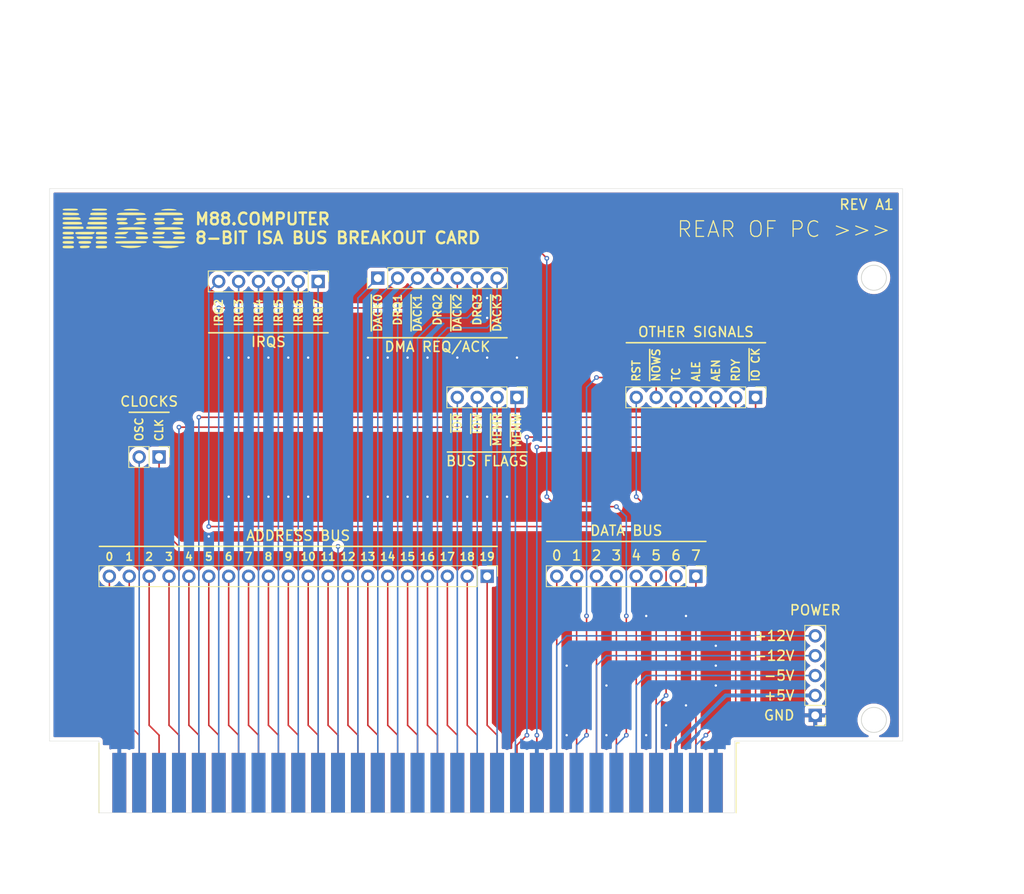
<source format=kicad_pcb>
(kicad_pcb (version 20240108) (generator "pcbnew") (generator_version "8.0")
  (layers (0 "F.Cu" signal) (31 "B.Cu" signal) (34 "B.Paste" user) (35 "F.Paste" user) (36 "B.SilkS" user "B.Silkscreen") (37 "F.SilkS" user "F.Silkscreen") (38 "B.Mask" user) (39 "F.Mask" user) (44 "Edge.Cuts" user))
  (net 0 "")
  (net 1 "/IO")
  (net 2 "/~{IOR}")
  (net 3 "/DRQ3")
  (net 4 "/~{DACK1}")
  (net 5 "/UNUSED")
  (net 6 "/IRQ7")
  (net 7 "/IRQ3")
  (net 8 "/~{DACK0}")
  (net 9 "/RESET")
  (net 10 "/~{SMEMW}")
  (net 11 "/TC")
  (net 12 "/DRQ1")
  (net 13 "/OSC")
  (net 14 "/~{IOW}")
  (net 15 "/IRQ6")
  (net 16 "/~{SMEMR}")
  (net 17 "/~{DACK3}")
  (net 18 "/IRQ5")
  (net 19 "/IO_READY")
  (net 20 "/CLK")
  (net 21 "/IRQ2")
  (net 22 "/ALE")
  (net 23 "/IRQ4")
  (net 24 "/DRQ2")
  (net 25 "/AEN")
  (net 26 "/~{DACK2}")
  (net 27 "GND")
  (net 28 "+5V")
  (net 29 "+12V")
  (net 30 "-12V")
  (net 31 "-5V")
  (net 33 "/DB6")
  (net 34 "/BA05")
  (net 35 "/BA06")
  (net 36 "/BA16")
  (net 37 "/DB2")
  (net 38 "/DB4")
  (net 39 "/DB1")
  (net 40 "/DB0")
  (net 41 "/BA11")
  (net 42 "/BA13")
  (net 43 "/DB7")
  (net 44 "/BA19")
  (net 45 "/BA09")
  (net 46 "/BA12")
  (net 47 "/BA17")
  (net 48 "/BA02")
  (net 49 "/BA00")
  (net 50 "/DB5")
  (net 51 "/BA15")
  (net 52 "/BA08")
  (net 53 "/DB3")
  (net 54 "/BA01")
  (net 55 "/BA14")
  (net 56 "/BA18")
  (net 57 "/BA10")
  (net 58 "/BA03")
  (net 59 "/BA07")
  (net 60 "/BA04")
  (footprint "Connector_PinHeader_2.54mm:PinHeader_1x07_P2.54mm_Vertical" (layer "F.Cu") (at 208.28 78.74 -90)
    (property "Reference" "J9" (hide yes))
    (property "Value" "Conn_01x07")
    (pad "1" thru_hole rect (at 0 0 270) (size 1.7 1.7) (drill 1) (layers "*.Cu" "*.Mask") (net 1 "/IO"))
    (pad "2" thru_hole oval (at 0 2.54 270) (size 1.7 1.7) (drill 1) (layers "*.Cu" "*.Mask") (net 19 "/IO_READY"))
    (pad "3" thru_hole oval (at 0 5.079999 270) (size 1.7 1.7) (drill 1) (layers "*.Cu" "*.Mask") (net 25 "/AEN"))
    (pad "4" thru_hole oval (at 0 7.62 270) (size 1.7 1.7) (drill 1) (layers "*.Cu" "*.Mask") (net 22 "/ALE"))
    (pad "5" thru_hole oval (at 0 10.16 270) (size 1.7 1.7) (drill 1) (layers "*.Cu" "*.Mask") (net 11 "/TC"))
    (pad "6" thru_hole oval (at 0 12.7 270) (size 1.7 1.7) (drill 1) (layers "*.Cu" "*.Mask") (net 5 "/UNUSED"))
    (pad "7" thru_hole oval (at 0 15.24 270) (size 1.7 1.7) (drill 1) (layers "*.Cu" "*.Mask") (net 9 "/RESET"))
  )
  (footprint "Connector_PinHeader_2.54mm:PinHeader_1x06_P2.54mm_Vertical" (layer "F.Cu") (at 152.4 63.92 -90)
    (property "Reference" "J5" (hide yes))
    (property "Value" "Conn_01x06")
    (pad "1" thru_hole rect (at 0 0 270) (size 1.7 1.7) (drill 1) (layers "*.Cu" "*.Mask") (net 6 "/IRQ7"))
    (pad "2" thru_hole oval (at 0 2.54 270) (size 1.7 1.7) (drill 1) (layers "*.Cu" "*.Mask") (net 15 "/IRQ6"))
    (pad "3" thru_hole oval (at 0 5.079999 270) (size 1.7 1.7) (drill 1) (layers "*.Cu" "*.Mask") (net 18 "/IRQ5"))
    (pad "4" thru_hole oval (at 0 7.62 270) (size 1.7 1.7) (drill 1) (layers "*.Cu" "*.Mask") (net 23 "/IRQ4"))
    (pad "5" thru_hole oval (at 0 10.16 270) (size 1.7 1.7) (drill 1) (layers "*.Cu" "*.Mask") (net 7 "/IRQ3"))
    (pad "6" thru_hole oval (at 0 12.7 270) (size 1.7 1.7) (drill 1) (layers "*.Cu" "*.Mask") (net 21 "/IRQ2"))
  )
  (footprint "Connector_PinHeader_2.54mm:PinHeader_1x07_P2.54mm_Vertical" (layer "F.Cu") (at 160.02 63.5 90)
    (property "Reference" "J7" (hide yes))
    (property "Value" "Conn_01x07")
    (pad "1" thru_hole rect (at 0 0 90) (size 1.7 1.7) (drill 1) (layers "*.Cu" "*.Mask") (net 8 "/~{DACK0}"))
    (pad "2" thru_hole oval (at 0 2.54 90) (size 1.7 1.7) (drill 1) (layers "*.Cu" "*.Mask") (net 12 "/DRQ1"))
    (pad "3" thru_hole oval (at 0 5.079999 90) (size 1.7 1.7) (drill 1) (layers "*.Cu" "*.Mask") (net 4 "/~{DACK1}"))
    (pad "4" thru_hole oval (at 0 7.62 90) (size 1.7 1.7) (drill 1) (layers "*.Cu" "*.Mask") (net 24 "/DRQ2"))
    (pad "5" thru_hole oval (at 0 10.16 90) (size 1.7 1.7) (drill 1) (layers "*.Cu" "*.Mask") (net 26 "/~{DACK2}"))
    (pad "6" thru_hole oval (at 0 12.7 90) (size 1.7 1.7) (drill 1) (layers "*.Cu" "*.Mask") (net 3 "/DRQ3"))
    (pad "7" thru_hole oval (at 0 15.24 90) (size 1.7 1.7) (drill 1) (layers "*.Cu" "*.Mask") (net 17 "/~{DACK3}"))
  )
  (footprint "Connector_PinHeader_2.54mm:PinHeader_1x04_P2.54mm_Vertical" (layer "F.Cu") (at 177.8 78.74 -90)
    (property "Reference" "J6" (hide yes))
    (property "Value" "Conn_01x04")
    (pad "1" thru_hole rect (at 0 0 270) (size 1.7 1.7) (drill 1) (layers "*.Cu" "*.Mask") (net 10 "/~{SMEMW}"))
    (pad "2" thru_hole oval (at 0 2.54 270) (size 1.7 1.7) (drill 1) (layers "*.Cu" "*.Mask") (net 16 "/~{SMEMR}"))
    (pad "3" thru_hole oval (at 0 5.079999 270) (size 1.7 1.7) (drill 1) (layers "*.Cu" "*.Mask") (net 14 "/~{IOW}"))
    (pad "4" thru_hole oval (at 0 7.62 270) (size 1.7 1.7) (drill 1) (layers "*.Cu" "*.Mask") (net 2 "/~{IOR}"))
  )
  (footprint "Connector_PinHeader_2.54mm:PinHeader_1x05_P2.54mm_Vertical" (layer "F.Cu") (at 215.9 119.38 180)
    (property "Reference" "J4" (hide yes))
    (property "Value" "Conn_01x05")
    (pad "1" thru_hole rect (at 0 0 180) (size 1.7 1.7) (drill 1) (layers "*.Cu" "*.Mask") (net 27 "GND"))
    (pad "2" thru_hole oval (at 0 2.54 180) (size 1.7 1.7) (drill 1) (layers "*.Cu" "*.Mask") (net 28 "+5V"))
    (pad "3" thru_hole oval (at 0 5.079999 180) (size 1.7 1.7) (drill 1) (layers "*.Cu" "*.Mask") (net 31 "-5V"))
    (pad "4" thru_hole oval (at 0 7.62 180) (size 1.7 1.7) (drill 1) (layers "*.Cu" "*.Mask") (net 30 "-12V"))
    (pad "5" thru_hole oval (at 0 10.16 180) (size 1.7 1.7) (drill 1) (layers "*.Cu" "*.Mask") (net 29 "+12V"))
  )
  (footprint "Connector_PinHeader_2.54mm:PinHeader_1x08_P2.54mm_Vertical" (layer "F.Cu") (at 200.66 101.6 -90)
    (property "Reference" "J2" (hide yes))
    (property "Value" "Conn_01x08")
    (pad "1" thru_hole rect (at 0 0 270) (size 1.7 1.7) (drill 1) (layers "*.Cu" "*.Mask") (net 43 "/DB7"))
    (pad "2" thru_hole oval (at 0 2.54 270) (size 1.7 1.7) (drill 1) (layers "*.Cu" "*.Mask") (net 33 "/DB6"))
    (pad "3" thru_hole oval (at 0 5.079999 270) (size 1.7 1.7) (drill 1) (layers "*.Cu" "*.Mask") (net 50 "/DB5"))
    (pad "4" thru_hole oval (at 0 7.62 270) (size 1.7 1.7) (drill 1) (layers "*.Cu" "*.Mask") (net 38 "/DB4"))
    (pad "5" thru_hole oval (at 0 10.16 270) (size 1.7 1.7) (drill 1) (layers "*.Cu" "*.Mask") (net 53 "/DB3"))
    (pad "6" thru_hole oval (at 0 12.7 270) (size 1.7 1.7) (drill 1) (layers "*.Cu" "*.Mask") (net 37 "/DB2"))
    (pad "7" thru_hole oval (at 0 15.24 270) (size 1.7 1.7) (drill 1) (layers "*.Cu" "*.Mask") (net 39 "/DB1"))
    (pad "8" thru_hole oval (at 0 17.780001 270) (size 1.7 1.7) (drill 1) (layers "*.Cu" "*.Mask") (net 40 "/DB0"))
  )
  (footprint "Connector_PinHeader_2.54mm:PinHeader_1x20_P2.54mm_Vertical" (layer "F.Cu") (at 173.99 101.6 -90)
    (property "Reference" "J3" (hide yes))
    (property "Value" "Conn_01x20")
    (pad "1" thru_hole rect (at 0 0 270) (size 1.7 1.7) (drill 1) (layers "*.Cu" "*.Mask") (net 44 "/BA19"))
    (pad "2" thru_hole oval (at 0 2.54 270) (size 1.7 1.7) (drill 1) (layers "*.Cu" "*.Mask") (net 56 "/BA18"))
    (pad "3" thru_hole oval (at 0 5.079999 270) (size 1.7 1.7) (drill 1) (layers "*.Cu" "*.Mask") (net 47 "/BA17"))
    (pad "4" thru_hole oval (at 0 7.62 270) (size 1.7 1.7) (drill 1) (layers "*.Cu" "*.Mask") (net 36 "/BA16"))
    (pad "5" thru_hole oval (at 0 10.16 270) (size 1.7 1.7) (drill 1) (layers "*.Cu" "*.Mask") (net 51 "/BA15"))
    (pad "6" thru_hole oval (at 0 12.7 270) (size 1.7 1.7) (drill 1) (layers "*.Cu" "*.Mask") (net 55 "/BA14"))
    (pad "7" thru_hole oval (at 0 15.24 270) (size 1.7 1.7) (drill 1) (layers "*.Cu" "*.Mask") (net 42 "/BA13"))
    (pad "8" thru_hole oval (at 0 17.780001 270) (size 1.7 1.7) (drill 1) (layers "*.Cu" "*.Mask") (net 46 "/BA12"))
    (pad "9" thru_hole oval (at 0 20.32 270) (size 1.7 1.7) (drill 1) (layers "*.Cu" "*.Mask") (net 41 "/BA11"))
    (pad "10" thru_hole oval (at 0 22.86 270) (size 1.7 1.7) (drill 1) (layers "*.Cu" "*.Mask") (net 57 "/BA10"))
    (pad "11" thru_hole oval (at 0 25.4 270) (size 1.7 1.7) (drill 1) (layers "*.Cu" "*.Mask") (net 45 "/BA09"))
    (pad "12" thru_hole oval (at 0 27.939999 270) (size 1.7 1.7) (drill 1) (layers "*.Cu" "*.Mask") (net 52 "/BA08"))
    (pad "13" thru_hole oval (at 0 30.48 270) (size 1.7 1.7) (drill 1) (layers "*.Cu" "*.Mask") (net 59 "/BA07"))
    (pad "14" thru_hole oval (at 0 33.02 270) (size 1.7 1.7) (drill 1) (layers "*.Cu" "*.Mask") (net 35 "/BA06"))
    (pad "15" thru_hole oval (at 0 35.56 270) (size 1.7 1.7) (drill 1) (layers "*.Cu" "*.Mask") (net 34 "/BA05"))
    (pad "16" thru_hole oval (at 0 38.099999 270) (size 1.7 1.7) (drill 1) (layers "*.Cu" "*.Mask") (net 60 "/BA04"))
    (pad "17" thru_hole oval (at 0 40.640001 270) (size 1.7 1.7) (drill 1) (layers "*.Cu" "*.Mask") (net 58 "/BA03"))
    (pad "18" thru_hole oval (at 0 43.18 270) (size 1.7 1.7) (drill 1) (layers "*.Cu" "*.Mask") (net 48 "/BA02"))
    (pad "19" thru_hole oval (at 0 45.72 270) (size 1.7 1.7) (drill 1) (layers "*.Cu" "*.Mask") (net 54 "/BA01"))
    (pad "20" thru_hole oval (at 0 48.26 270) (size 1.7 1.7) (drill 1) (layers "*.Cu" "*.Mask") (net 49 "/BA00"))
  )
  (footprint "Connector_PinHeader_2.54mm:PinHeader_1x02_P2.54mm_Vertical" (layer "F.Cu") (at 132.08 86.36 -90)
    (property "Reference" "J8" (hide yes))
    (property "Value" "Conn_01x02")
    (pad "1" thru_hole rect (at 0 0 270) (size 1.7 1.7) (drill 1) (layers "*.Cu" "*.Mask") (net 20 "/CLK"))
    (pad "2" thru_hole oval (at 0 2.54 270) (size 1.7 1.7) (drill 1) (layers "*.Cu" "*.Mask") (net 13 "/OSC"))
  )
  (footprint "Custom:BUS_ISA_8BIT" (layer "F.Cu") (at 203.2 128)
    (property "Reference" "J1" (hide yes))
    (property "Value" "Bus_ISA_8bit")
    (pad "1" connect rect (at 0 0) (size 1.78 7.62) (layers "B.Cu" "B.Mask") (net 27 "GND"))
    (pad "2" connect rect (at -2.54 0) (size 1.78 7.62) (layers "B.Cu" "B.Mask") (net 9 "/RESET"))
    (pad "3" connect rect (at -5.08 0) (size 1.78 7.62) (layers "B.Cu" "B.Mask") (net 28 "+5V"))
    (pad "4" connect rect (at -7.62 0) (size 1.78 7.62) (layers "B.Cu" "B.Mask") (net 21 "/IRQ2"))
    (pad "5" connect rect (at -10.16 0) (size 1.78 7.62) (layers "B.Cu" "B.Mask") (net 31 "-5V"))
    (pad "6" connect rect (at -12.7 0) (size 1.78 7.62) (layers "B.Cu" "B.Mask") (net 24 "/DRQ2"))
    (pad "7" connect rect (at -15.24 0) (size 1.78 7.62) (layers "B.Cu" "B.Mask") (net 30 "-12V"))
    (pad "8" connect rect (at -17.78 0) (size 1.78 7.62) (layers "B.Cu" "B.Mask") (net 5 "/UNUSED"))
    (pad "9" connect rect (at -20.32 0) (size 1.78 7.62) (layers "B.Cu" "B.Mask") (net 29 "+12V"))
    (pad "10" connect rect (at -22.86 0) (size 1.78 7.62) (layers "B.Cu" "B.Mask") (net 27 "GND"))
    (pad "11" connect rect (at -25.4 0) (size 1.78 7.62) (layers "B.Cu" "B.Mask") (net 10 "/~{SMEMW}"))
    (pad "12" connect rect (at -27.94 0) (size 1.78 7.62) (layers "B.Cu" "B.Mask") (net 16 "/~{SMEMR}"))
    (pad "13" connect rect (at -30.48 0) (size 1.78 7.62) (layers "B.Cu" "B.Mask") (net 14 "/~{IOW}"))
    (pad "14" connect rect (at -33.02 0) (size 1.78 7.62) (layers "B.Cu" "B.Mask") (net 2 "/~{IOR}"))
    (pad "15" connect rect (at -35.56 0) (size 1.78 7.62) (layers "B.Cu" "B.Mask") (net 17 "/~{DACK3}"))
    (pad "16" connect rect (at -38.1 0) (size 1.78 7.62) (layers "B.Cu" "B.Mask") (net 3 "/DRQ3"))
    (pad "17" connect rect (at -40.64 0) (size 1.78 7.62) (layers "B.Cu" "B.Mask") (net 4 "/~{DACK1}"))
    (pad "18" connect rect (at -43.18 0) (size 1.78 7.62) (layers "B.Cu" "B.Mask") (net 12 "/DRQ1"))
    (pad "19" connect rect (at -45.72 0) (size 1.78 7.62) (layers "B.Cu" "B.Mask") (net 8 "/~{DACK0}"))
    (pad "20" connect rect (at -48.26 0) (size 1.78 7.62) (layers "B.Cu" "B.Mask") (net 20 "/CLK"))
    (pad "21" connect rect (at -50.8 0) (size 1.78 7.62) (layers "B.Cu" "B.Mask") (net 6 "/IRQ7"))
    (pad "22" connect rect (at -53.34 0) (size 1.78 7.62) (layers "B.Cu" "B.Mask") (net 15 "/IRQ6"))
    (pad "23" connect rect (at -55.88 0) (size 1.78 7.62) (layers "B.Cu" "B.Mask") (net 18 "/IRQ5"))
    (pad "24" connect rect (at -58.42 0) (size 1.78 7.62) (layers "B.Cu" "B.Mask") (net 23 "/IRQ4"))
    (pad "25" connect rect (at -60.96 0) (size 1.78 7.62) (layers "B.Cu" "B.Mask") (net 7 "/IRQ3"))
    (pad "26" connect rect (at -63.5 0) (size 1.78 7.62) (layers "B.Cu" "B.Mask") (net 26 "/~{DACK2}"))
    (pad "27" connect rect (at -66.04 0) (size 1.78 7.62) (layers "B.Cu" "B.Mask") (net 11 "/TC"))
    (pad "28" connect rect (at -68.58 0) (size 1.78 7.62) (layers "B.Cu" "B.Mask") (net 22 "/ALE"))
    (pad "29" connect rect (at -71.12 0) (size 1.78 7.62) (layers "B.Cu" "B.Mask"))
    (pad "30" connect rect (at -73.66 0) (size 1.78 7.62) (layers "B.Cu" "B.Mask") (net 13 "/OSC"))
    (pad "31" connect rect (at -76.2 0) (size 1.78 7.62) (layers "B.Cu" "B.Mask") (net 27 "GND"))
    (pad "32" connect rect (at 0 0) (size 1.78 7.62) (layers "F.Cu" "F.Mask") (net 1 "/IO"))
    (pad "33" connect rect (at -2.54 0) (size 1.78 7.62) (layers "F.Cu" "F.Mask") (net 43 "/DB7"))
    (pad "34" connect rect (at -5.08 0) (size 1.78 7.62) (layers "F.Cu" "F.Mask") (net 33 "/DB6"))
    (pad "35" connect rect (at -7.62 0) (size 1.78 7.62) (layers "F.Cu" "F.Mask") (net 50 "/DB5"))
    (pad "36" connect rect (at -10.16 0) (size 1.78 7.62) (layers "F.Cu" "F.Mask") (net 38 "/DB4"))
    (pad "37" connect rect (at -12.7 0) (size 1.78 7.62) (layers "F.Cu" "F.Mask") (net 53 "/DB3"))
    (pad "38" connect rect (at -15.24 0) (size 1.78 7.62) (layers "F.Cu" "F.Mask") (net 37 "/DB2"))
    (pad "39" connect rect (at -17.78 0) (size 1.78 7.62) (layers "F.Cu" "F.Mask") (net 39 "/DB1"))
    (pad "40" connect rect (at -20.32 0) (size 1.78 7.62) (layers "F.Cu" "F.Mask") (net 40 "/DB0"))
    (pad "41" connect rect (at -22.86 0) (size 1.78 7.62) (layers "F.Cu" "F.Mask") (net 19 "/IO_READY"))
    (pad "42" connect rect (at -25.4 0) (size 1.78 7.62) (layers "F.Cu" "F.Mask") (net 25 "/AEN"))
    (pad "43" connect rect (at -27.94 0) (size 1.78 7.62) (layers "F.Cu" "F.Mask") (net 44 "/BA19"))
    (pad "44" connect rect (at -30.48 0) (size 1.78 7.62) (layers "F.Cu" "F.Mask") (net 56 "/BA18"))
    (pad "45" connect rect (at -33.02 0) (size 1.78 7.62) (layers "F.Cu" "F.Mask") (net 47 "/BA17"))
    (pad "46" connect rect (at -35.56 0) (size 1.78 7.62) (layers "F.Cu" "F.Mask") (net 36 "/BA16"))
    (pad "47" connect rect (at -38.1 0) (size 1.78 7.62) (layers "F.Cu" "F.Mask") (net 51 "/BA15"))
    (pad "48" connect rect (at -40.64 0) (size 1.78 7.62) (layers "F.Cu" "F.Mask") (net 55 "/BA14"))
    (pad "49" connect rect (at -43.18 0) (size 1.78 7.62) (layers "F.Cu" "F.Mask") (net 42 "/BA13"))
    (pad "50" connect rect (at -45.72 0) (size 1.78 7.62) (layers "F.Cu" "F.Mask") (net 46 "/BA12"))
    (pad "51" connect rect (at -48.26 0) (size 1.78 7.62) (layers "F.Cu" "F.Mask") (net 41 "/BA11"))
    (pad "52" connect rect (at -50.8 0) (size 1.78 7.62) (layers "F.Cu" "F.Mask") (net 57 "/BA10"))
    (pad "53" connect rect (at -53.34 0) (size 1.78 7.62) (layers "F.Cu" "F.Mask") (net 45 "/BA09"))
    (pad "54" connect rect (at -55.88 0) (size 1.78 7.62) (layers "F.Cu" "F.Mask") (net 52 "/BA08"))
    (pad "55" connect rect (at -58.42 0) (size 1.78 7.62) (layers "F.Cu" "F.Mask") (net 59 "/BA07"))
    (pad "56" connect rect (at -60.96 0) (size 1.78 7.62) (layers "F.Cu" "F.Mask") (net 35 "/BA06"))
    (pad "57" connect rect (at -63.5 0) (size 1.78 7.62) (layers "F.Cu" "F.Mask") (net 34 "/BA05"))
    (pad "58" connect rect (at -66.04 0) (size 1.78 7.62) (layers "F.Cu" "F.Mask") (net 60 "/BA04"))
    (pad "59" connect rect (at -68.58 0) (size 1.78 7.62) (layers "F.Cu" "F.Mask") (net 58 "/BA03"))
    (pad "60" connect rect (at -71.12 0) (size 1.78 7.62) (layers "F.Cu" "F.Mask") (net 48 "/BA02"))
    (pad "61" connect rect (at -73.66 0) (size 1.78 7.62) (layers "F.Cu" "F.Mask") (net 54 "/BA01"))
    (pad "62" connect rect (at -76.2 0) (size 1.78 7.62) (layers "F.Cu" "F.Mask") (net 49 "/BA00"))
  )
  (footprint "LOGO" (layer "F.Cu") (at 127.635 57.15)
    (property "Reference" "G***" (hide yes))
    (property "Value" "LOGO" (hide yes))
  )
  (gr_line (start 209.55 71.755) (end 191.77 71.755) (stroke (width 0.2)) (layer "F.SilkS"))
  (gr_line (start 175.26 97.79) (end 124.46 97.79) (stroke (width 0.2)) (layer "F.SilkS"))
  (gr_line (start 201.93 97.155) (end 181.61 97.155) (stroke (width 0.2)) (layer "F.SilkS"))
  (gr_line (start 176.53 71.12) (end 158.75 71.12) (stroke (width 0.2)) (layer "F.SilkS"))
  (gr_line (start 179.07 85.725) (end 168.91 85.725) (stroke (width 0.2)) (layer "F.SilkS"))
  (gr_line (start 133.35 80.645) (end 128.27 80.645) (stroke (width 0.2)) (layer "F.SilkS"))
  (gr_line (start 153.67 70.485) (end 138.43 70.485) (stroke (width 0.2)) (layer "F.SilkS"))
  (gr_line (start 124.4 131.85) (end 124.4 122.669804) (stroke (width 0.05)) (layer "Edge.Cuts"))
  (gr_line (start 227.069303 122.669804) (end 227.063 52.07) (stroke (width 0.05)) (layer "Edge.Cuts"))
  (gr_line (start 205.6 122.669804) (end 227.069303 122.669804) (stroke (width 0.05)) (layer "Edge.Cuts"))
  (gr_line (start 118.088526 52.07) (end 227.063 52.07) (stroke (width 0.05)) (layer "Edge.Cuts"))
  (gr_line (start 118.088526 122.669804) (end 118.088526 52.07) (stroke (width 0.05)) (layer "Edge.Cuts"))
  (gr_line (start 205.6 131.85) (end 205.6 122.669804) (stroke (width 0.05)) (layer "Edge.Cuts"))
  (gr_circle (center 223.393 63.4492) (end 224.993 63.4492) (stroke (width 0.1)) (fill none) (layer "Edge.Cuts"))
  (gr_line (start 124.4 122.669804) (end 118.088526 122.669804) (stroke (width 0.05)) (layer "Edge.Cuts"))
  (gr_line (start 124.4 131.85) (end 205.6 131.85) (stroke (width 0.05)) (layer "Edge.Cuts"))
  (gr_circle (center 223.393 119.9642) (end 224.993 119.9642) (stroke (width 0.1)) (fill none) (layer "Edge.Cuts"))
  (gr_text "CLK" (at 132.08 84.455 90) (layer "F.SilkS") (effects (font (size 1 1) (thickness 0.2)) (justify left)))
  (gr_text "OTHER SIGNALS" (at 200.66 71.12 0) (layer "F.SilkS") (effects (font (size 1.27 1.27) (thickness 0.2)) (justify bottom)))
  (gr_text "ADDRESS BUS" (at 149.86 97.155 0) (layer "F.SilkS") (effects (font (size 1.27 1.27) (thickness 0.2)) (justify bottom)))
  (gr_text "13" (at 158.75 99.695 0) (layer "F.SilkS") (effects (font (size 1 1) (thickness 0.2)) (justify bottom)))
  (gr_text "0" (at 125.73 99.695 0) (layer "F.SilkS") (effects (font (size 1 1) (thickness 0.2)) (justify bottom)))
  (gr_text "~{DACK1}" (at 165.1 65.405 90) (layer "F.SilkS") (effects (font (size 1 1) (thickness 0.2)) (justify right)))
  (gr_text "~{DACK3}" (at 175.26 65.405 90) (layer "F.SilkS") (effects (font (size 1 1) (thickness 0.2)) (justify right)))
  (gr_text "IRQS" (at 146.05 72.39 0) (layer "F.SilkS") (effects (font (size 1.27 1.27) (thickness 0.2)) (justify bottom)))
  (gr_text "1" (at 128.27 99.695 0) (layer "F.SilkS") (effects (font (size 1 1) (thickness 0.2)) (justify bottom)))
  (gr_text "9" (at 148.59 99.695 0) (layer "F.SilkS") (effects (font (size 1 1) (thickness 0.2)) (justify bottom)))
  (gr_text "BUS FLAGS" (at 173.99 87.63 0) (layer "F.SilkS") (effects (font (size 1.27 1.27) (thickness 0.2)) (justify bottom)))
  (gr_text "11" (at 153.67 99.695 0) (layer "F.SilkS") (effects (font (size 1 1) (thickness 0.2)) (justify bottom)))
  (gr_text "ALE" (at 200.66 76.835 90) (layer "F.SilkS") (effects (font (size 1 1) (thickness 0.2)) (justify left)))
  (gr_text "CLOCKS" (at 130.81 80.01 0) (layer "F.SilkS") (effects (font (size 1.27 1.27) (thickness 0.2)) (justify bottom)))
  (gr_text "19" (at 173.99 99.695 0) (layer "F.SilkS") (effects (font (size 1 1) (thickness 0.2)) (justify bottom)))
  (gr_text "16" (at 166.37 99.695 0) (layer "F.SilkS") (effects (font (size 1 1) (thickness 0.2)) (justify bottom)))
  (gr_text "TC" (at 198.12 76.835 90) (layer "F.SilkS") (effects (font (size 1 1) (thickness 0.2)) (justify left)))
  (gr_text "2" (at 130.81 99.695 0) (layer "F.SilkS") (effects (font (size 1 1) (thickness 0.2)) (justify bottom)))
  (gr_text "IRQ2" (at 139.7 66.04 90) (layer "F.SilkS") (effects (font (size 1 1) (thickness 0.2)) (justify right)))
  (gr_text "~{DACK2}" (at 170.18 65.405 90) (layer "F.SilkS") (effects (font (size 1 1) (thickness 0.2)) (justify right)))
  (gr_text "3" (at 190.5 99.695 0) (layer "F.SilkS") (effects (font (size 1.27 1.27) (thickness 0.2)) (justify bottom)))
  (gr_text "4" (at 135.89 99.695 0) (layer "F.SilkS") (effects (font (size 1 1) (thickness 0.2)) (justify bottom)))
  (gr_text "+12V" (at 213.36 109.22 0) (layer "F.SilkS") (effects (font (size 1.27 1.27) (thickness 0.2)) (justify right)))
  (gr_text "M88.COMPUTER\n8-BIT ISA BUS BREAKOUT CARD" (at 136.525 57.15 0) (layer "F.SilkS") (effects (font (size 1.5 1.5) (thickness 0.3) (bold yes)) (justify left)))
  (gr_text "DRQ2" (at 167.64 65.405 90) (layer "F.SilkS") (effects (font (size 1 1) (thickness 0.2)) (justify right)))
  (gr_text "RST" (at 193.04 76.835 90) (layer "F.SilkS") (effects (font (size 1 1) (thickness 0.2)) (justify left)))
  (gr_text "-5V" (at 213.36 114.3 0) (layer "F.SilkS") (effects (font (size 1.27 1.27) (thickness 0.2)) (justify right)))
  (gr_text "15" (at 163.83 99.695 0) (layer "F.SilkS") (effects (font (size 1 1) (thickness 0.2)) (justify bottom)))
  (gr_text "~{IOR}" (at 170.18 80.645 90) (layer "F.SilkS") (effects (font (size 1 1) (thickness 0.2)) (justify right)))
  (gr_text "4" (at 193.04 99.695 0) (layer "F.SilkS") (effects (font (size 1.27 1.27) (thickness 0.2)) (justify bottom)))
  (gr_text "2" (at 187.96 99.695 0) (layer "F.SilkS") (effects (font (size 1.27 1.27) (thickness 0.2)) (justify bottom)))
  (gr_text "DATA BUS" (at 191.77 96.52 0) (layer "F.SilkS") (effects (font (size 1.27 1.27) (thickness 0.2)) (justify bottom)))
  (gr_text "RDY" (at 205.74 76.835 90) (layer "F.SilkS") (effects (font (size 1 1) (thickness 0.2)) (justify left)))
  (gr_text "5" (at 138.43 99.695 0) (layer "F.SilkS") (effects (font (size 1 1) (thickness 0.2)) (justify bottom)))
  (gr_text "~{IO CK}" (at 208.28 76.835 90) (layer "F.SilkS") (effects (font (size 1 1) (thickness 0.2)) (justify left)))
  (gr_text "18" (at 171.45 99.695 0) (layer "F.SilkS") (effects (font (size 1 1) (thickness 0.2)) (justify bottom)))
  (gr_text "POWER" (at 215.9 106.68 0) (layer "F.SilkS") (effects (font (size 1.27 1.27) (thickness 0.2)) (justify bottom)))
  (gr_text "7" (at 143.51 99.695 0) (layer "F.SilkS") (effects (font (size 1 1) (thickness 0.2)) (justify bottom)))
  (gr_text "REAR OF PC >>>" (at 198.12 58.42 0) (layer "F.SilkS") (effects (font (size 2 2)) (justify left bottom)))
  (gr_text "+5V" (at 213.36 116.84 0) (layer "F.SilkS") (effects (font (size 1.27 1.27) (thickness 0.2)) (justify right)))
  (gr_text "1" (at 185.42 99.695 0) (layer "F.SilkS") (effects (font (size 1.27 1.27) (thickness 0.2)) (justify bottom)))
  (gr_text "3" (at 133.35 99.695 0) (layer "F.SilkS") (effects (font (size 1 1) (thickness 0.2)) (justify bottom)))
  (gr_text "IRQ6" (at 149.86 66.04 90) (layer "F.SilkS") (effects (font (size 1 1) (thickness 0.2)) (justify right)))
  (gr_text "14" (at 161.29 99.695 0) (layer "F.SilkS") (effects (font (size 1 1) (thickness 0.2)) (justify bottom)))
  (gr_text "-12V" (at 213.36 111.76 0) (layer "F.SilkS") (effects (font (size 1.27 1.27) (thickness 0.2)) (justify right)))
  (gr_text "IRQ4" (at 144.78 66.04 90) (layer "F.SilkS") (effects (font (size 1 1) (thickness 0.2)) (justify right)))
  (gr_text "5" (at 195.58 99.695 0) (layer "F.SilkS") (effects (font (size 1.27 1.27) (thickness 0.2)) (justify bottom)))
  (gr_text "17" (at 168.91 99.695 0) (layer "F.SilkS") (effects (font (size 1 1) (thickness 0.2)) (justify bottom)))
  (gr_text "DRQ1" (at 162.56 65.405 90) (layer "F.SilkS") (effects (font (size 1 1) (thickness 0.2)) (justify right)))
  (gr_text "IRQ7" (at 152.4 66.04 90) (layer "F.SilkS") (effects (font (size 1 1) (thickness 0.2)) (justify right)))
  (gr_text "12" (at 156.21 99.695 0) (layer "F.SilkS") (effects (font (size 1 1) (thickness 0.2)) (justify bottom)))
  (gr_text "~{MEMW}" (at 177.8 80.645 90) (layer "F.SilkS") (effects (font (size 1 1) (thickness 0.2)) (justify right)))
  (gr_text "7" (at 200.66 99.695 0) (layer "F.SilkS") (effects (font (size 1.27 1.27) (thickness 0.2)) (justify bottom)))
  (gr_text "10" (at 151.13 99.695 0) (layer "F.SilkS") (effects (font (size 1 1) (thickness 0.2)) (justify bottom)))
  (gr_text "REV A1" (at 226.06 53.34 0) (layer "F.SilkS") (effects (font (size 1.3 1.3) (thickness 0.2)) (justify right top)))
  (gr_text "AEN" (at 203.2 76.835 90) (layer "F.SilkS") (effects (font (size 1 1) (thickness 0.2)) (justify left)))
  (gr_text "DRQ3" (at 172.72 65.405 90) (layer "F.SilkS") (effects (font (size 1 1) (thickness 0.2)) (justify right)))
  (gr_text "DMA REQ/ACK" (at 167.64 73.025 0) (layer "F.SilkS") (effects (font (size 1.27 1.27) (thickness 0.2)) (justify bottom)))
  (gr_text "6" (at 140.97 99.695 0) (layer "F.SilkS") (effects (font (size 1 1) (thickness 0.2)) (justify bottom)))
  (gr_text "IRQ5" (at 147.32 66.04 90) (layer "F.SilkS") (effects (font (size 1 1) (thickness 0.2)) (justify right)))
  (gr_text "6" (at 198.12 99.695 0) (layer "F.SilkS") (effects (font (size 1.27 1.27) (thickness 0.2)) (justify bottom)))
  (gr_text "~{IOW}" (at 172.72 80.645 90) (layer "F.SilkS") (effects (font (size 1 1) (thickness 0.2)) (justify right)))
  (gr_text "IRQ3" (at 142.24 66.04 90) (layer "F.SilkS") (effects (font (size 1 1) (thickness 0.2)) (justify right)))
  (gr_text "~{NOWS}" (at 195.58 76.835 90) (layer "F.SilkS") (effects (font (size 1 1) (thickness 0.2)) (justify left)))
  (gr_text "0" (at 182.88 99.695 0) (layer "F.SilkS") (effects (font (size 1.27 1.27) (thickness 0.2)) (justify bottom)))
  (gr_text "~{MEMR}" (at 175.26 80.645 90) (layer "F.SilkS") (effects (font (size 1 1) (thickness 0.2)) (justify right)))
  (gr_text "OSC" (at 129.54 84.455 90) (layer "F.SilkS") (effects (font (size 1 1) (thickness 0.2)) (justify left)))
  (gr_text "GND" (at 213.36 119.38 0) (layer "F.SilkS") (effects (font (size 1.27 1.27) (thickness 0.2)) (justify right)))
  (gr_text "~{DACK0}" (at 160.02 65.405 90) (layer "F.SilkS") (effects (font (size 1 1) (thickness 0.2)) (justify right)))
  (gr_text "8" (at 146.05 99.695 0) (layer "F.SilkS") (effects (font (size 1 1) (thickness 0.2)) (justify bottom)))
  (segment (start 203.2 128) (end 203.2 123.19) (width 0.2) (layer "F.Cu") (net 1))
  (segment (start 208.28 118.11) (end 208.28 78.74) (width 0.2) (layer "F.Cu") (net 1))
  (segment (start 203.2 123.19) (end 208.28 118.11) (width 0.2) (layer "F.Cu") (net 1))
  (segment (start 170.18 127.8) (end 170.18 78.74) (width 0.2) (layer "B.Cu") (net 2))
  (segment (start 165.1 128) (end 165.1 71.12) (width 0.2) (layer "B.Cu") (net 3))
  (segment (start 165.1 71.12) (end 167.64 68.58) (width 0.2) (layer "B.Cu") (net 3))
  (segment (start 172.72 67.31) (end 172.72 63.5) (width 0.2) (layer "B.Cu") (net 3))
  (segment (start 167.64 68.58) (end 171.45 68.58) (width 0.2) (layer "B.Cu") (net 3))
  (segment (start 171.45 68.58) (end 172.72 67.31) (width 0.2) (layer "B.Cu") (net 3))
  (segment (start 162.56 66.039999) (end 165.099999 63.5) (width 0.2) (layer "B.Cu") (net 4))
  (segment (start 162.56 128) (end 162.56 66.039999) (width 0.2) (layer "B.Cu") (net 4))
  (segment (start 195.58 77.47) (end 195.58 78.74) (width 0.2) (layer "F.Cu") (net 5))
  (segment (start 186.69 121.92) (end 186.69 106.68) (width 0.2) (layer "F.Cu") (net 5))
  (segment (start 194.31 76.2) (end 195.58 77.47) (width 0.2) (layer "F.Cu") (net 5))
  (segment (start 187.96 76.2) (end 194.31 76.2) (width 0.2) (layer "F.Cu") (net 5))
  (via (at 187.96 76.2) (size 0.6) (drill 0.3) (layers "F.Cu" "B.Cu") (net 5))
  (via (at 186.69 121.92) (size 0.6) (drill 0.3) (layers "F.Cu" "B.Cu") (net 5))
  (via (at 186.69 106.68) (size 0.6) (drill 0.3) (layers "F.Cu" "B.Cu") (net 5))
  (segment (start 185.42 128) (end 185.42 123.19) (width 0.2) (layer "B.Cu") (net 5))
  (segment (start 186.69 106.68) (end 186.69 77.47) (width 0.2) (layer "B.Cu") (net 5))
  (segment (start 186.69 77.47) (end 187.96 76.2) (width 0.2) (layer "B.Cu") (net 5))
  (segment (start 185.42 123.19) (end 186.69 121.92) (width 0.2) (layer "B.Cu") (net 5))
  (segment (start 152.4 127.8) (end 152.4 63.92) (width 0.2) (layer "B.Cu") (net 6))
  (segment (start 142.24 127.8) (end 142.24 63.92) (width 0.2) (layer "B.Cu") (net 7))
  (segment (start 157.48 128) (end 157.48 66.04) (width 0.2) (layer "B.Cu") (net 8))
  (segment (start 157.48 66.04) (end 160.02 63.5) (width 0.2) (layer "B.Cu") (net 8))
  (segment (start 201.93 121.92) (end 205.74 118.11) (width 0.2) (layer "F.Cu") (net 9))
  (segment (start 203.2 92.71) (end 194.31 92.71) (width 0.2) (layer "F.Cu") (net 9))
  (segment (start 205.74 95.25) (end 203.2 92.71) (width 0.2) (layer "F.Cu") (net 9))
  (segment (start 205.74 118.11) (end 205.74 95.25) (width 0.2) (layer "F.Cu") (net 9))
  (segment (start 194.31 92.71) (end 193.04 91.44) (width 0.2) (layer "F.Cu") (net 9))
  (via (at 201.93 121.92) (size 0.6) (drill 0.3) (layers "F.Cu" "B.Cu") (net 9))
  (via (at 193.04 91.44) (size 0.6) (drill 0.3) (layers "F.Cu" "B.Cu") (net 9))
  (segment (start 200.66 123.19) (end 200.66 128) (width 0.2) (layer "B.Cu") (net 9))
  (segment (start 193.04 91.44) (end 193.04 78.74) (width 0.2) (layer "B.Cu") (net 9))
  (segment (start 201.93 121.92) (end 200.66 123.19) (width 0.2) (layer "B.Cu") (net 9))
  (segment (start 177.6 128) (end 177.6 78.94) (width 0.2) (layer "B.Cu") (net 10))
  (segment (start 196.85 81.28) (end 137.16 81.28) (width 0.2) (layer "F.Cu") (net 11))
  (segment (start 198.12 78.74) (end 198.12 80.01) (width 0.2) (layer "F.Cu") (net 11))
  (segment (start 198.12 80.01) (end 196.85 81.28) (width 0.2) (layer "F.Cu") (net 11))
  (via (at 137.16 81.28) (size 0.6) (drill 0.3) (layers "F.Cu" "B.Cu") (net 11))
  (segment (start 137.16 81.28) (end 137.16 127.8) (width 0.2) (layer "B.Cu") (net 11))
  (segment (start 162.56 63.5) (end 160.02 66.04) (width 0.2) (layer "B.Cu") (net 12))
  (segment (start 160.02 66.04) (end 160.02 128) (width 0.2) (layer "B.Cu") (net 12))
  (segment (start 129.54 127.8) (end 129.54 86.36) (width 0.2) (layer "B.Cu") (net 13))
  (segment (start 172.720001 127.869999) (end 172.720001 78.74) (width 0.2) (layer "B.Cu") (net 14))
  (segment (start 149.86 127.8) (end 149.86 63.92) (width 0.2) (layer "B.Cu") (net 15))
  (segment (start 175.26 127.8) (end 175.26 78.74) (width 0.2) (layer "B.Cu") (net 16))
  (segment (start 175.26 68.58) (end 175.26 63.5) (width 0.2) (layer "B.Cu") (net 17))
  (segment (start 173.99 69.85) (end 175.26 68.58) (width 0.2) (layer "B.Cu") (net 17))
  (segment (start 167.64 71.12) (end 168.91 69.85) (width 0.2) (layer "B.Cu") (net 17))
  (segment (start 168.91 69.85) (end 173.99 69.85) (width 0.2) (layer "B.Cu") (net 17))
  (segment (start 167.64 128) (end 167.64 71.12) (width 0.2) (layer "B.Cu") (net 17))
  (segment (start 147.320001 127.799999) (end 147.320001 63.92) (width 0.2) (layer "B.Cu") (net 18))
  (segment (start 201.93 85.09) (end 205.74 81.28) (width 0.2) (layer "F.Cu") (net 19))
  (segment (start 180.34 121.92) (end 180.34 128) (width 0.2) (layer "F.Cu") (net 19))
  (segment (start 205.74 81.28) (end 205.74 78.74) (width 0.2) (layer "F.Cu") (net 19))
  (segment (start 180.34 85.09) (end 201.93 85.09) (width 0.2) (layer "F.Cu") (net 19))
  (via (at 180.34 121.92) (size 0.6) (drill 0.3) (layers "F.Cu" "B.Cu") (net 19))
  (via (at 180.34 85.09) (size 0.6) (drill 0.3) (layers "F.Cu" "B.Cu") (net 19))
  (segment (start 180.34 85.09) (end 180.34 121.92) (width 0.2) (layer "B.Cu") (net 19))
  (segment (start 134.62 97.79) (end 132.08 95.25) (width 0.2) (layer "F.Cu") (net 20))
  (segment (start 132.08 95.25) (end 132.08 86.36) (width 0.2) (layer "F.Cu") (net 20))
  (segment (start 154.94 97.79) (end 134.62 97.79) (width 0.2) (layer "F.Cu") (net 20))
  (via (at 154.94 97.79) (size 0.6) (drill 0.3) (layers "F.Cu" "B.Cu") (net 20))
  (segment (start 154.94 97.79) (end 154.94 127.8) (width 0.2) (layer "B.Cu") (net 20))
  (segment (start 196.85 116.84) (end 196.85 96.52) (width 0.2) (layer "F.Cu") (net 21))
  (segment (start 138.43 95.25) (end 195.58 95.25) (width 0.2) (layer "F.Cu") (net 21))
  (segment (start 196.85 96.52) (end 195.58 95.25) (width 0.2) (layer "F.Cu") (net 21))
  (via (at 138.43 95.25) (size 0.6) (drill 0.3) (layers "F.Cu" "B.Cu") (net 21))
  (via (at 196.85 116.84) (size 0.6) (drill 0.3) (layers "F.Cu" "B.Cu") (net 21))
  (segment (start 195.58 118.11) (end 196.85 116.84) (width 0.2) (layer "B.Cu") (net 21))
  (segment (start 195.58 128) (end 195.58 118.11) (width 0.2) (layer "B.Cu") (net 21))
  (segment (start 138.43 95.25) (end 138.43 65.19) (width 0.2) (layer "B.Cu") (net 21))
  (segment (start 138.43 65.19) (end 139.7 63.92) (width 0.2) (layer "B.Cu") (net 21))
  (segment (start 199.39 82.55) (end 200.66 81.28) (width 0.2) (layer "F.Cu") (net 22))
  (segment (start 200.66 81.28) (end 200.66 78.74) (width 0.2) (layer "F.Cu") (net 22))
  (segment (start 134.62 82.55) (end 199.39 82.55) (width 0.2) (layer "F.Cu") (net 22))
  (via (at 134.62 82.55) (size 0.6) (drill 0.3) (layers "F.Cu" "B.Cu") (net 22))
  (segment (start 134.62 82.55) (end 134.62 127.8) (width 0.2) (layer "B.Cu") (net 22))
  (segment (start 144.78 127.8) (end 144.78 63.92) (width 0.2) (layer "B.Cu") (net 23))
  (segment (start 167.64 60.96) (end 167.64 63.5) (width 0.2) (layer "F.Cu") (net 24))
  (segment (start 168.91 59.69) (end 180.34 59.69) (width 0.2) (layer "F.Cu") (net 24))
  (segment (start 181.61 91.44) (end 182.88 92.71) (width 0.2) (layer "F.Cu") (net 24))
  (segment (start 191.77 121.92) (end 191.77 106.68) (width 0.2) (layer "F.Cu") (net 24))
  (segment (start 180.34 59.69) (end 181.61 60.96) (width 0.2) (layer "F.Cu") (net 24))
  (segment (start 168.91 59.69) (end 167.64 60.96) (width 0.2) (layer "F.Cu") (net 24))
  (segment (start 182.88 92.71) (end 190.5 92.71) (width 0.2) (layer "F.Cu") (net 24))
  (via (at 181.61 60.96) (size 0.6) (drill 0.3) (layers "F.Cu" "B.Cu") (net 24))
  (via (at 191.77 121.92) (size 0.6) (drill 0.3) (layers "F.Cu" "B.Cu") (net 24))
  (via (at 190.5 92.71) (size 0.6) (drill 0.3) (layers "F.Cu" "B.Cu") (net 24))
  (via (at 191.77 106.68) (size 0.6) (drill 0.3) (layers "F.Cu" "B.Cu") (net 24))
  (via (at 181.61 91.44) (size 0.6) (drill 0.3) (layers "F.Cu" "B.Cu") (net 24))
  (segment (start 190.5 92.71) (end 191.77 93.98) (width 0.2) (layer "B.Cu") (net 24))
  (segment (start 190.5 128) (end 190.5 123.19) (width 0.2) (layer "B.Cu") (net 24))
  (segment (start 191.77 93.98) (end 191.77 106.68) (width 0.2) (layer "B.Cu") (net 24))
  (segment (start 181.61 91.44) (end 181.61 60.96) (width 0.2) (layer "B.Cu") (net 24))
  (segment (start 190.5 123.19) (end 191.77 121.92) (width 0.2) (layer "B.Cu") (net 24))
  (segment (start 200.660001 83.82) (end 203.200001 81.28) (width 0.2) (layer "F.Cu") (net 25))
  (segment (start 179.07 121.92) (end 177.8 123.19) (width 0.2) (layer "F.Cu") (net 25))
  (segment (start 179.07 83.82) (end 200.660001 83.82) (width 0.2) (layer "F.Cu") (net 25))
  (segment (start 177.8 123.19) (end 177.8 128) (width 0.2) (layer "F.Cu") (net 25))
  (segment (start 203.200001 81.28) (end 203.200001 78.74) (width 0.2) (layer "F.Cu") (net 25))
  (via (at 179.07 83.82) (size 0.6) (drill 0.3) (layers "F.Cu" "B.Cu") (net 25))
  (via (at 179.07 121.92) (size 0.6) (drill 0.3) (layers "F.Cu" "B.Cu") (net 25))
  (segment (start 179.07 83.82) (end 179.07 121.92) (width 0.2) (layer "B.Cu") (net 25))
  (segment (start 139.7 67.31) (end 168.91 67.31) (width 0.2) (layer "F.Cu") (net 26))
  (segment (start 170.18 66.04) (end 170.18 63.5) (width 0.2) (layer "F.Cu") (net 26))
  (segment (start 168.91 67.31) (end 170.18 66.04) (width 0.2) (layer "F.Cu") (net 26))
  (via (at 139.7 67.31) (size 0.6) (drill 0.3) (layers "F.Cu" "B.Cu") (net 26))
  (segment (start 139.7 67.31) (end 139.7 127.8) (width 0.2) (layer "B.Cu") (net 26))
  (via (at 163.83 91.44) (size 0.6) (drill 0.3) (layers "F.Cu" "B.Cu") (net 27))
  (via (at 138.43 96.52) (size 0.6) (drill 0.3) (layers "F.Cu" "B.Cu") (net 27))
  (via (at 151.13 73.66) (size 0.6) (drill 0.3) (layers "F.Cu" "B.Cu") (net 27))
  (via (at 143.51 91.44) (size 0.6) (drill 0.3) (layers "F.Cu" "B.Cu") (net 27))
  (via (at 203.2 113.03) (size 0.6) (drill 0.3) (layers "F.Cu" "B.Cu") (net 27))
  (via (at 148.59 73.66) (size 0.6) (drill 0.3) (layers "F.Cu" "B.Cu") (net 27))
  (via (at 168.91 91.44) (size 0.6) (drill 0.3) (layers "F.Cu" "B.Cu") (net 27))
  (via (at 140.97 73.66) (size 0.6) (drill 0.3) (layers "F.Cu" "B.Cu") (net 27))
  (via (at 173.99 68.58) (size 0.6) (drill 0.3) (layers "F.Cu" "B.Cu") (net 27))
  (via (at 166.37 73.66) (size 0.6) (drill 0.3) (layers "F.Cu" "B.Cu") (net 27))
  (via (at 140.97 91.44) (size 0.6) (drill 0.3) (layers "F.Cu" "B.Cu") (net 27))
  (via (at 161.29 73.66) (size 0.6) (drill 0.3) (layers "F.Cu" "B.Cu") (net 27))
  (via (at 143.51 73.66) (size 0.6) (drill 0.3) (layers "F.Cu" "B.Cu") (net 27))
  (via (at 194.31 121.92) (size 0.6) (drill 0.3) (layers "F.Cu" "B.Cu") (net 27))
  (via (at 184.15 121.92) (size 0.6) (drill 0.3) (layers "F.Cu" "B.Cu") (net 27))
  (via (at 173.99 66.04) (size 0.6) (drill 0.3) (layers "F.Cu" "B.Cu") (net 27))
  (via (at 203.2 115.57) (size 0.6) (drill 0.3) (layers "F.Cu" "B.Cu") (net 27))
  (via (at 196.85 120.65) (size 0.6) (drill 0.3) (layers "F.Cu" "B.Cu") (net 27))
  (via (at 171.45 91.44) (size 0.6) (drill 0.3) (layers "F.Cu" "B.Cu") (net 27))
  (via (at 176.53 91.44) (size 0.6) (drill 0.3) (layers "F.Cu" "B.Cu") (net 27))
  (via (at 203.2 110.49) (size 0.6) (drill 0.3) (layers "F.Cu" "B.Cu") (net 27))
  (via (at 194.31 106.68) (size 0.6) (drill 0.3) (layers "F.Cu" "B.Cu") (net 27))
  (via (at 146.05 73.66) (size 0.6) (drill 0.3) (layers "F.Cu" "B.Cu") (net 27))
  (via (at 184.15 113.03) (size 0.6) (drill 0.3) (layers "F.Cu" "B.Cu") (net 27))
  (via (at 151.13 91.44) (size 0.6) (drill 0.3) (layers "F.Cu" "B.Cu") (net 27))
  (via (at 138.43 99.06) (size 0.6) (drill 0.3) (layers "F.Cu" "B.Cu") (net 27))
  (via (at 173.99 91.44) (size 0.6) (drill 0.3) (layers "F.Cu" "B.Cu") (net 27))
  (via (at 199.39 118.11) (size 0.6) (drill 0.3) (layers "F.Cu" "B.Cu") (net 27))
  (via (at 170.18 73.66) (size 0.6) (drill 0.3) (layers "F.Cu" "B.Cu") (net 27))
  (via (at 199.39 106.68) (size 0.6) (drill 0.3) (layers "F.Cu" "B.Cu") (net 27))
  (via (at 189.23 121.92) (size 0.6) (drill 0.3) (layers "F.Cu" "B.Cu") (net 27))
  (via (at 158.75 73.66) (size 0.6) (drill 0.3) (layers "F.Cu" "B.Cu") (net 27))
  (via (at 146.05 91.44) (size 0.6) (drill 0.3) (layers "F.Cu" "B.Cu") (net 27))
  (via (at 189.23 115.57) (size 0.6) (drill 0.3) (layers "F.Cu" "B.Cu") (net 27))
  (via (at 148.59 91.44) (size 0.6) (drill 0.3) (layers "F.Cu" "B.Cu") (net 27))
  (via (at 161.29 91.44) (size 0.6) (drill 0.3) (layers "F.Cu" "B.Cu") (net 27))
  (via (at 158.75 91.44) (size 0.6) (drill 0.3) (layers "F.Cu" "B.Cu") (net 27))
  (via (at 163.83 73.66) (size 0.6) (drill 0.3) (layers "F.Cu" "B.Cu") (net 27))
  (via (at 177.8 73.66) (size 0.6) (drill 0.3) (layers "F.Cu" "B.Cu") (net 27))
  (via (at 166.37 91.44) (size 0.6) (drill 0.3) (layers "F.Cu" "B.Cu") (net 27))
  (via (at 173.99 73.66) (size 0.6) (drill 0.3) (layers "F.Cu" "B.Cu") (net 27))
  (segment (start 215.9 116.84) (end 204.47 116.84) (width 0.5) (layer "B.Cu") (net 28))
  (segment (start 198.12 123.19) (end 198.12 127.8) (width 0.5) (layer "B.Cu") (net 28))
  (segment (start 204.47 116.84) (end 198.12 123.19) (width 0.5) (layer "B.Cu") (net 28))
  (segment (start 182.88 110.49) (end 182.88 127.8) (width 0.2) (layer "B.Cu") (net 29))
  (segment (start 215.9 109.22) (end 184.15 109.22) (width 0.2) (layer "B.Cu") (net 29))
  (segment (start 184.15 109.22) (end 182.88 110.49) (width 0.2) (layer "B.Cu") (net 29))
  (segment (start 215.9 111.76) (end 189.23 111.76) (width 0.2) (layer "B.Cu") (net 30))
  (segment (start 189.23 111.76) (end 187.96 113.03) (width 0.2) (layer "B.Cu") (net 30))
  (segment (start 187.96 113.03) (end 187.96 127.8) (width 0.2) (layer "B.Cu") (net 30))
  (segment (start 194.309999 114.300001) (end 193.04 115.57) (width 0.2) (layer "B.Cu") (net 31))
  (segment (start 193.04 115.57) (end 193.04 127.8) (width 0.2) (layer "B.Cu") (net 31))
  (segment (start 215.9 114.300001) (end 194.309999 114.300001) (width 0.2) (layer "B.Cu") (net 31))
  (segment (start 198.12 127.8) (end 198.12 101.6) (width 0.2) (layer "F.Cu") (net 33))
  (segment (start 138.43 120.65) (end 138.43 101.6) (width 0.2) (layer "F.Cu") (net 34))
  (segment (start 139.7 127.8) (end 139.7 121.92) (width 0.2) (layer "F.Cu") (net 34))
  (segment (start 139.7 121.92) (end 138.43 120.65) (width 0.2) (layer "F.Cu") (net 34))
  (segment (start 142.24 127.8) (end 142.24 121.92) (width 0.2) (layer "F.Cu") (net 35))
  (segment (start 140.97 120.65) (end 140.97 101.6) (width 0.2) (layer "F.Cu") (net 35))
  (segment (start 142.24 121.92) (end 140.97 120.65) (width 0.2) (layer "F.Cu") (net 35))
  (segment (start 167.64 127.8) (end 167.64 121.92) (width 0.2) (layer "F.Cu") (net 36))
  (segment (start 166.37 120.65) (end 166.37 101.6) (width 0.2) (layer "F.Cu") (net 36))
  (segment (start 167.64 121.92) (end 166.37 120.65) (width 0.2) (layer "F.Cu") (net 36))
  (segment (start 187.96 127.8) (end 187.96 101.6) (width 0.2) (layer "F.Cu") (net 37))
  (segment (start 193.04 127.8) (end 193.04 101.6) (width 0.2) (layer "F.Cu") (net 38))
  (segment (start 185.42 127.8) (end 185.42 101.6) (width 0.2) (layer "F.Cu") (net 39))
  (segment (start 182.879999 127.800001) (end 182.879999 101.6) (width 0.2) (layer "F.Cu") (net 40))
  (segment (start 153.67 120.65) (end 153.67 101.6) (width 0.2) (layer "F.Cu") (net 41))
  (segment (start 154.94 121.92) (end 153.67 120.65) (width 0.2) (layer "F.Cu") (net 41))
  (segment (start 154.94 127.8) (end 154.94 121.92) (width 0.2) (layer "F.Cu") (net 41))
  (segment (start 160.02 121.92) (end 158.75 120.65) (width 0.2) (layer "F.Cu") (net 42))
  (segment (start 160.02 127.8) (end 160.02 121.92) (width 0.2) (layer "F.Cu") (net 42))
  (segment (start 158.75 120.65) (end 158.75 101.6) (width 0.2) (layer "F.Cu") (net 42))
  (segment (start 200.66 127.8) (end 200.66 101.6) (width 0.2) (layer "F.Cu") (net 43))
  (segment (start 175.26 127.8) (end 175.26 121.92) (width 0.2) (layer "F.Cu") (net 44))
  (segment (start 175.26 121.92) (end 173.99 120.65) (width 0.2) (layer "F.Cu") (net 44))
  (segment (start 173.99 120.65) (end 173.99 101.6) (width 0.2) (layer "F.Cu") (net 44))
  (segment (start 148.59 120.65) (end 148.59 101.6) (width 0.2) (layer "F.Cu") (net 45))
  (segment (start 149.86 127.8) (end 149.86 121.92) (width 0.2) (layer "F.Cu") (net 45))
  (segment (start 149.86 121.92) (end 148.59 120.65) (width 0.2) (layer "F.Cu") (net 45))
  (segment (start 157.48 121.92) (end 156.21 120.65) (width 0.2) (layer "F.Cu") (net 46))
  (segment (start 156.21 120.65) (end 156.209999 101.6) (width 0.2) (layer "F.Cu") (net 46))
  (segment (start 157.48 127.8) (end 157.48 121.92) (width 0.2) (layer "F.Cu") (net 46))
  (segment (start 168.91 120.65) (end 168.910001 101.6) (width 0.2) (layer "F.Cu") (net 47))
  (segment (start 170.18 121.92) (end 168.91 120.65) (width 0.2) (layer "F.Cu") (net 47))
  (segment (start 170.18 127.8) (end 170.18 121.92) (width 0.2) (layer "F.Cu") (net 47))
  (segment (start 132.08 121.92) (end 130.81 120.65) (width 0.2) (layer "F.Cu") (net 48))
  (segment (start 130.81 120.65) (end 130.81 101.6) (width 0.2) (layer "F.Cu") (net 48))
  (segment (start 132.08 127.8) (end 132.08 121.92) (width 0.2) (layer "F.Cu") (net 48))
  (segment (start 125.73 120.65) (end 125.73 101.6) (width 0.2) (layer "F.Cu") (net 49))
  (segment (start 127 121.92) (end 125.73 120.65) (width 0.2) (layer "F.Cu") (net 49))
  (segment (start 127 127.8) (end 127 121.92) (width 0.2) (layer "F.Cu") (net 49))
  (segment (start 195.580001 127.799999) (end 195.580001 101.6) (width 0.2) (layer "F.Cu") (net 50))
  (segment (start 165.1 127.8) (end 165.1 121.92) (width 0.2) (layer "F.Cu") (net 51))
  (segment (start 163.83 120.65) (end 163.83 101.6) (width 0.2) (layer "F.Cu") (net 51))
  (segment (start 165.1 121.92) (end 163.83 120.65) (width 0.2) (layer "F.Cu") (net 51))
  (segment (start 146.05 120.65) (end 146.050001 101.6) (width 0.2) (layer "F.Cu") (net 52))
  (segment (start 147.32 121.92) (end 146.05 120.65) (width 0.2) (layer "F.Cu") (net 52))
  (segment (start 147.32 127.8) (end 147.32 121.92) (width 0.2) (layer "F.Cu") (net 52))
  (segment (start 190.5 127.8) (end 190.5 101.6) (width 0.2) (layer "F.Cu") (net 53))
  (segment (start 128.27 120.65) (end 128.27 101.6) (width 0.2) (layer "F.Cu") (net 54))
  (segment (start 129.54 127.8) (end 129.54 121.92) (width 0.2) (layer "F.Cu") (net 54))
  (segment (start 129.54 121.92) (end 128.27 120.65) (width 0.2) (layer "F.Cu") (net 54))
  (segment (start 162.56 127.8) (end 162.56 121.92) (width 0.2) (layer "F.Cu") (net 55))
  (segment (start 162.56 121.92) (end 161.29 120.65) (width 0.2) (layer "F.Cu") (net 55))
  (segment (start 161.29 120.65) (end 161.29 101.6) (width 0.2) (layer "F.Cu") (net 55))
  (segment (start 172.72 121.92) (end 171.45 120.65) (width 0.2) (layer "F.Cu") (net 56))
  (segment (start 171.45 120.65) (end 171.45 101.6) (width 0.2) (layer "F.Cu") (net 56))
  (segment (start 172.72 127.8) (end 172.72 121.92) (width 0.2) (layer "F.Cu") (net 56))
  (segment (start 152.4 127.8) (end 152.4 121.92) (width 0.2) (layer "F.Cu") (net 57))
  (segment (start 152.4 121.92) (end 151.13 120.65) (width 0.2) (layer "F.Cu") (net 57))
  (segment (start 151.13 120.65) (end 151.13 101.6) (width 0.2) (layer "F.Cu") (net 57))
  (segment (start 134.62 121.92) (end 133.35 120.65) (width 0.2) (layer "F.Cu") (net 58))
  (segment (start 134.62 127.8) (end 134.62 121.92) (width 0.2) (layer "F.Cu") (net 58))
  (segment (start 133.35 120.65) (end 133.349999 101.6) (width 0.2) (layer "F.Cu") (net 58))
  (segment (start 144.78 127.8) (end 144.78 121.92) (width 0.2) (layer "F.Cu") (net 59))
  (segment (start 143.51 120.65) (end 143.51 101.6) (width 0.2) (layer "F.Cu") (net 59))
  (segment (start 144.78 121.92) (end 143.51 120.65) (width 0.2) (layer "F.Cu") (net 59))
  (segment (start 135.89 120.65) (end 135.890001 101.6) (width 0.2) (layer "F.Cu") (net 60))
  (segment (start 137.16 127.8) (end 137.16 121.92) (width 0.2) (layer "F.Cu") (net 60))
  (segment (start 137.16 121.92) (end 135.89 120.65) (width 0.2) (layer "F.Cu") (net 60))
  (zone (net 27) (net_name "GND") (layers "F&B.Cu") (connect_pads (clearance 0.5)) (min_thickness 0.25) (fill yes (thermal_gap 0.5) (thermal_bridge_width 0.5))
    (polygon (pts (xy 111.76 46.99) (xy 233.68 48.26) (xy 233.68 142.24) (xy 111.76 140.97)))
  )
  (zone (net 0) (net_name "") (layers "F&B.Cu" "Edge.Cuts") (connect_pads (clearance 0)) (min_thickness 0.25)
    (keepout (tracks not_allowed) (vias not_allowed) (pads not_allowed) (copperpour not_allowed) (footprints allowed))
    (fill (thermal_gap 0.5) (thermal_bridge_width 0.5))
    (polygon (pts (xy 204.47 132.08) (xy 204.47 123.19) (xy 207.01 123.19) (xy 207.01 132.08)))
  )
  (zone (net 0) (net_name "") (layers "F&B.Cu" "Edge.Cuts") (connect_pads (clearance 0)) (min_thickness 0.25)
    (keepout (tracks not_allowed) (vias not_allowed) (pads not_allowed) (copperpour not_allowed) (footprints allowed))
    (fill (thermal_gap 0.5) (thermal_bridge_width 0.5))
    (polygon (pts (xy 123.19 132.08) (xy 123.19 123.19) (xy 125.73 123.19) (xy 125.73 132.08)))
  )
)
</source>
